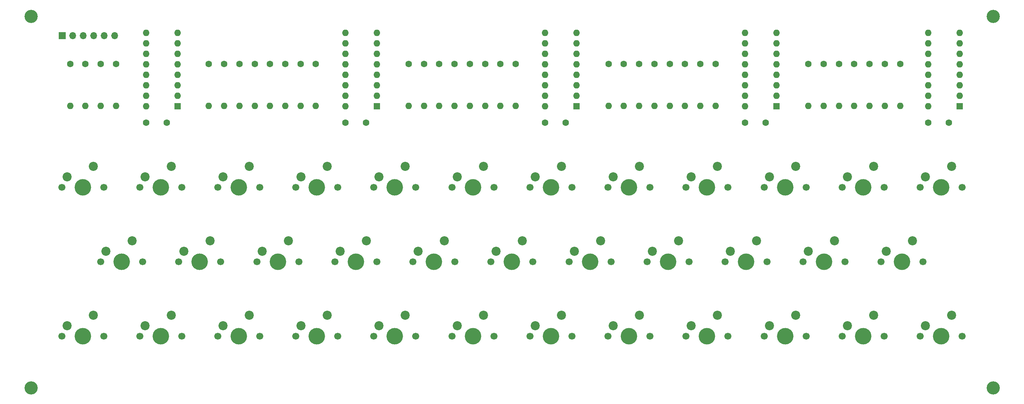
<source format=gbr>
%TF.GenerationSoftware,KiCad,Pcbnew,7.0.7-7.0.7~ubuntu22.04.1*%
%TF.CreationDate,2023-09-21T20:26:45+02:00*%
%TF.ProjectId,ek_right_hand_35_buttons,656b5f72-6967-4687-945f-68616e645f33,1.0*%
%TF.SameCoordinates,Original*%
%TF.FileFunction,Soldermask,Top*%
%TF.FilePolarity,Negative*%
%FSLAX46Y46*%
G04 Gerber Fmt 4.6, Leading zero omitted, Abs format (unit mm)*
G04 Created by KiCad (PCBNEW 7.0.7-7.0.7~ubuntu22.04.1) date 2023-09-21 20:26:45*
%MOMM*%
%LPD*%
G01*
G04 APERTURE LIST*
%ADD10C,1.700000*%
%ADD11C,4.000000*%
%ADD12C,2.200000*%
%ADD13C,1.600000*%
%ADD14O,1.600000X1.600000*%
%ADD15C,3.200000*%
%ADD16R,1.600000X1.600000*%
%ADD17R,1.700000X1.700000*%
%ADD18O,1.700000X1.700000*%
G04 APERTURE END LIST*
D10*
%TO.C,SW3*%
X44025000Y-93475000D03*
D11*
X49105000Y-93475000D03*
D10*
X54185000Y-93475000D03*
D12*
X51645000Y-88395000D03*
X45295000Y-90935000D03*
%TD*%
D10*
%TO.C,SW8*%
X72375000Y-111475000D03*
D11*
X77455000Y-111475000D03*
D10*
X82535000Y-111475000D03*
D12*
X79995000Y-106395000D03*
X73645000Y-108935000D03*
%TD*%
D13*
%TO.C,C2*%
X103235000Y-59790000D03*
X108235000Y-59790000D03*
%TD*%
%TO.C,R16*%
X129705000Y-45590000D03*
D14*
X129705000Y-55750000D03*
%TD*%
D13*
%TO.C,C5*%
X244435000Y-59790000D03*
X249435000Y-59790000D03*
%TD*%
%TO.C,R12*%
X96105000Y-45590000D03*
D14*
X96105000Y-55750000D03*
%TD*%
D13*
%TO.C,R31*%
X222805000Y-45590000D03*
D14*
X222805000Y-55750000D03*
%TD*%
D15*
%TO.C,M3*%
X27130000Y-124000000D03*
%TD*%
D10*
%TO.C,SW18*%
X138525000Y-93475000D03*
D11*
X143605000Y-93475000D03*
D10*
X148685000Y-93475000D03*
D12*
X146145000Y-88395000D03*
X139795000Y-90935000D03*
%TD*%
D10*
%TO.C,SW22*%
X166875000Y-75475000D03*
D11*
X171955000Y-75475000D03*
D10*
X177035000Y-75475000D03*
D12*
X174495000Y-70395000D03*
X168145000Y-72935000D03*
%TD*%
D10*
%TO.C,SW27*%
X195225000Y-93475000D03*
D11*
X200305000Y-93475000D03*
D10*
X205385000Y-93475000D03*
D12*
X202845000Y-88395000D03*
X196495000Y-90935000D03*
%TD*%
D13*
%TO.C,R33*%
X230205000Y-45590000D03*
D14*
X230205000Y-55750000D03*
%TD*%
D13*
%TO.C,R24*%
X178105000Y-45590000D03*
D14*
X178105000Y-55750000D03*
%TD*%
D16*
%TO.C,U1*%
X62655000Y-55790000D03*
D14*
X62655000Y-53250000D03*
X62655000Y-50710000D03*
X62655000Y-48170000D03*
X62655000Y-45630000D03*
X62655000Y-43090000D03*
X62655000Y-40550000D03*
X62655000Y-38010000D03*
X55035000Y-38010000D03*
X55035000Y-40550000D03*
X55035000Y-43090000D03*
X55035000Y-45630000D03*
X55035000Y-48170000D03*
X55035000Y-50710000D03*
X55035000Y-53250000D03*
X55035000Y-55790000D03*
%TD*%
D10*
%TO.C,SW17*%
X129075000Y-111475000D03*
D11*
X134155000Y-111475000D03*
D10*
X139235000Y-111475000D03*
D12*
X136695000Y-106395000D03*
X130345000Y-108935000D03*
%TD*%
D10*
%TO.C,SW33*%
X233025000Y-93475000D03*
D11*
X238105000Y-93475000D03*
D10*
X243185000Y-93475000D03*
D12*
X240645000Y-88395000D03*
X234295000Y-90935000D03*
%TD*%
D13*
%TO.C,R3*%
X44035000Y-45535000D03*
D14*
X44035000Y-55695000D03*
%TD*%
D13*
%TO.C,R27*%
X189205000Y-45590000D03*
D14*
X189205000Y-55750000D03*
%TD*%
D10*
%TO.C,SW21*%
X157425000Y-93475000D03*
D11*
X162505000Y-93475000D03*
D10*
X167585000Y-93475000D03*
D12*
X165045000Y-88395000D03*
X158695000Y-90935000D03*
%TD*%
D10*
%TO.C,SW13*%
X110175000Y-75475000D03*
D11*
X115255000Y-75475000D03*
D10*
X120335000Y-75475000D03*
D12*
X117795000Y-70395000D03*
X111445000Y-72935000D03*
%TD*%
D13*
%TO.C,R19*%
X140805000Y-45590000D03*
D14*
X140805000Y-55750000D03*
%TD*%
D13*
%TO.C,R21*%
X167005000Y-45590000D03*
D14*
X167005000Y-55750000D03*
%TD*%
D13*
%TO.C,R7*%
X77605000Y-45590000D03*
D14*
X77605000Y-55750000D03*
%TD*%
D10*
%TO.C,SW14*%
X110175000Y-111475000D03*
D11*
X115255000Y-111475000D03*
D10*
X120335000Y-111475000D03*
D12*
X117795000Y-106395000D03*
X111445000Y-108935000D03*
%TD*%
D13*
%TO.C,R30*%
X219105000Y-45590000D03*
D14*
X219105000Y-55750000D03*
%TD*%
D10*
%TO.C,SW19*%
X147975000Y-75475000D03*
D11*
X153055000Y-75475000D03*
D10*
X158135000Y-75475000D03*
D12*
X155595000Y-70395000D03*
X149245000Y-72935000D03*
%TD*%
D10*
%TO.C,SW28*%
X204675000Y-75475000D03*
D11*
X209755000Y-75475000D03*
D10*
X214835000Y-75475000D03*
D12*
X212295000Y-70395000D03*
X205945000Y-72935000D03*
%TD*%
D15*
%TO.C,M2*%
X260130000Y-34000000D03*
%TD*%
D10*
%TO.C,SW16*%
X129075000Y-75475000D03*
D11*
X134155000Y-75475000D03*
D10*
X139235000Y-75475000D03*
D12*
X136695000Y-70395000D03*
X130345000Y-72935000D03*
%TD*%
D13*
%TO.C,R4*%
X47705000Y-45590000D03*
D14*
X47705000Y-55750000D03*
%TD*%
D13*
%TO.C,R20*%
X144505000Y-45590000D03*
D14*
X144505000Y-55750000D03*
%TD*%
D10*
%TO.C,SW15*%
X119625000Y-93475000D03*
D11*
X124705000Y-93475000D03*
D10*
X129785000Y-93475000D03*
D12*
X127245000Y-88395000D03*
X120895000Y-90935000D03*
%TD*%
D13*
%TO.C,R23*%
X174405000Y-45590000D03*
D14*
X174405000Y-55750000D03*
%TD*%
D10*
%TO.C,SW23*%
X166875000Y-111475000D03*
D11*
X171955000Y-111475000D03*
D10*
X177035000Y-111475000D03*
D12*
X174495000Y-106395000D03*
X168145000Y-108935000D03*
%TD*%
D10*
%TO.C,SW9*%
X81825000Y-93475000D03*
D11*
X86905000Y-93475000D03*
D10*
X91985000Y-93475000D03*
D12*
X89445000Y-88395000D03*
X83095000Y-90935000D03*
%TD*%
D13*
%TO.C,R14*%
X122305000Y-45590000D03*
D14*
X122305000Y-55750000D03*
%TD*%
D10*
%TO.C,SW34*%
X242475000Y-75475000D03*
D11*
X247555000Y-75475000D03*
D10*
X252635000Y-75475000D03*
D12*
X250095000Y-70395000D03*
X243745000Y-72935000D03*
%TD*%
D13*
%TO.C,R26*%
X185505000Y-45590000D03*
D14*
X185505000Y-55750000D03*
%TD*%
D10*
%TO.C,SW20*%
X147975000Y-111475000D03*
D11*
X153055000Y-111475000D03*
D10*
X158135000Y-111475000D03*
D12*
X155595000Y-106395000D03*
X149245000Y-108935000D03*
%TD*%
D13*
%TO.C,R6*%
X73905000Y-45590000D03*
D14*
X73905000Y-55750000D03*
%TD*%
D10*
%TO.C,SW25*%
X185775000Y-75475000D03*
D11*
X190855000Y-75475000D03*
D10*
X195935000Y-75475000D03*
D12*
X193395000Y-70395000D03*
X187045000Y-72935000D03*
%TD*%
D13*
%TO.C,R29*%
X215405000Y-45590000D03*
D14*
X215405000Y-55750000D03*
%TD*%
D13*
%TO.C,R13*%
X118605000Y-45590000D03*
D14*
X118605000Y-55750000D03*
%TD*%
D10*
%TO.C,SW11*%
X91275000Y-111475000D03*
D11*
X96355000Y-111475000D03*
D10*
X101435000Y-111475000D03*
D12*
X98895000Y-106395000D03*
X92545000Y-108935000D03*
%TD*%
D13*
%TO.C,R28*%
X192905000Y-45590000D03*
D14*
X192905000Y-55750000D03*
%TD*%
D10*
%TO.C,SW5*%
X53475000Y-111475000D03*
D11*
X58555000Y-111475000D03*
D10*
X63635000Y-111475000D03*
D12*
X61095000Y-106395000D03*
X54745000Y-108935000D03*
%TD*%
D10*
%TO.C,SW6*%
X62925000Y-93475000D03*
D11*
X68005000Y-93475000D03*
D10*
X73085000Y-93475000D03*
D12*
X70545000Y-88395000D03*
X64195000Y-90935000D03*
%TD*%
D16*
%TO.C,U2*%
X110855000Y-55790000D03*
D14*
X110855000Y-53250000D03*
X110855000Y-50710000D03*
X110855000Y-48170000D03*
X110855000Y-45630000D03*
X110855000Y-43090000D03*
X110855000Y-40550000D03*
X110855000Y-38010000D03*
X103235000Y-38010000D03*
X103235000Y-40550000D03*
X103235000Y-43090000D03*
X103235000Y-45630000D03*
X103235000Y-48170000D03*
X103235000Y-50710000D03*
X103235000Y-53250000D03*
X103235000Y-55790000D03*
%TD*%
D17*
%TO.C,J1*%
X34675000Y-38705000D03*
D18*
X37215000Y-38705000D03*
X39755000Y-38705000D03*
X42295000Y-38705000D03*
X44835000Y-38705000D03*
X47375000Y-38705000D03*
%TD*%
D16*
%TO.C,U3*%
X159255000Y-55790000D03*
D14*
X159255000Y-53250000D03*
X159255000Y-50710000D03*
X159255000Y-48170000D03*
X159255000Y-45630000D03*
X159255000Y-43090000D03*
X159255000Y-40550000D03*
X159255000Y-38010000D03*
X151635000Y-38010000D03*
X151635000Y-40550000D03*
X151635000Y-43090000D03*
X151635000Y-45630000D03*
X151635000Y-48170000D03*
X151635000Y-50710000D03*
X151635000Y-53250000D03*
X151635000Y-55790000D03*
%TD*%
D10*
%TO.C,SW4*%
X53475000Y-75475000D03*
D11*
X58555000Y-75475000D03*
D10*
X63635000Y-75475000D03*
D12*
X61095000Y-70395000D03*
X54745000Y-72935000D03*
%TD*%
D13*
%TO.C,R9*%
X85005000Y-45590000D03*
D14*
X85005000Y-55750000D03*
%TD*%
D13*
%TO.C,R22*%
X170705000Y-45590000D03*
D14*
X170705000Y-55750000D03*
%TD*%
D10*
%TO.C,SW31*%
X223575000Y-75475000D03*
D11*
X228655000Y-75475000D03*
D10*
X233735000Y-75475000D03*
D12*
X231195000Y-70395000D03*
X224845000Y-72935000D03*
%TD*%
D15*
%TO.C,M4*%
X260130000Y-124000000D03*
%TD*%
D13*
%TO.C,R35*%
X237605000Y-45590000D03*
D14*
X237605000Y-55750000D03*
%TD*%
D13*
%TO.C,R15*%
X126005000Y-45590000D03*
D14*
X126005000Y-55750000D03*
%TD*%
D10*
%TO.C,SW35*%
X242475000Y-111475000D03*
D11*
X247555000Y-111475000D03*
D10*
X252635000Y-111475000D03*
D12*
X250095000Y-106395000D03*
X243745000Y-108935000D03*
%TD*%
D10*
%TO.C,SW24*%
X176325000Y-93475000D03*
D11*
X181405000Y-93475000D03*
D10*
X186485000Y-93475000D03*
D12*
X183945000Y-88395000D03*
X177595000Y-90935000D03*
%TD*%
D10*
%TO.C,SW32*%
X223575000Y-111475000D03*
D11*
X228655000Y-111475000D03*
D10*
X233735000Y-111475000D03*
D12*
X231195000Y-106395000D03*
X224845000Y-108935000D03*
%TD*%
D10*
%TO.C,SW10*%
X91275000Y-75475000D03*
D11*
X96355000Y-75475000D03*
D10*
X101435000Y-75475000D03*
D12*
X98895000Y-70395000D03*
X92545000Y-72935000D03*
%TD*%
D13*
%TO.C,R5*%
X70205000Y-45590000D03*
D14*
X70205000Y-55750000D03*
%TD*%
D10*
%TO.C,SW30*%
X214125000Y-93475000D03*
D11*
X219205000Y-93475000D03*
D10*
X224285000Y-93475000D03*
D12*
X221745000Y-88395000D03*
X215395000Y-90935000D03*
%TD*%
D10*
%TO.C,SW7*%
X72375000Y-75475000D03*
D11*
X77455000Y-75475000D03*
D10*
X82535000Y-75475000D03*
D12*
X79995000Y-70395000D03*
X73645000Y-72935000D03*
%TD*%
D13*
%TO.C,R34*%
X233905000Y-45590000D03*
D14*
X233905000Y-55750000D03*
%TD*%
D10*
%TO.C,SW29*%
X204675000Y-111475000D03*
D11*
X209755000Y-111475000D03*
D10*
X214835000Y-111475000D03*
D12*
X212295000Y-106395000D03*
X205945000Y-108935000D03*
%TD*%
D13*
%TO.C,R8*%
X81305000Y-45590000D03*
D14*
X81305000Y-55750000D03*
%TD*%
D13*
%TO.C,C3*%
X151635000Y-59790000D03*
X156635000Y-59790000D03*
%TD*%
%TO.C,R11*%
X92405000Y-45590000D03*
D14*
X92405000Y-55750000D03*
%TD*%
D13*
%TO.C,R18*%
X137105000Y-45590000D03*
D14*
X137105000Y-55750000D03*
%TD*%
D13*
%TO.C,R2*%
X40305000Y-45590000D03*
D14*
X40305000Y-55750000D03*
%TD*%
D10*
%TO.C,SW1*%
X34575000Y-75475000D03*
D11*
X39655000Y-75475000D03*
D10*
X44735000Y-75475000D03*
D12*
X42195000Y-70395000D03*
X35845000Y-72935000D03*
%TD*%
D15*
%TO.C,M1*%
X27130000Y-34000000D03*
%TD*%
D13*
%TO.C,R25*%
X181805000Y-45590000D03*
D14*
X181805000Y-55750000D03*
%TD*%
D16*
%TO.C,U4*%
X207655000Y-55790000D03*
D14*
X207655000Y-53250000D03*
X207655000Y-50710000D03*
X207655000Y-48170000D03*
X207655000Y-45630000D03*
X207655000Y-43090000D03*
X207655000Y-40550000D03*
X207655000Y-38010000D03*
X200035000Y-38010000D03*
X200035000Y-40550000D03*
X200035000Y-43090000D03*
X200035000Y-45630000D03*
X200035000Y-48170000D03*
X200035000Y-50710000D03*
X200035000Y-53250000D03*
X200035000Y-55790000D03*
%TD*%
D13*
%TO.C,R17*%
X133405000Y-45590000D03*
D14*
X133405000Y-55750000D03*
%TD*%
D13*
%TO.C,C1*%
X55035000Y-59790000D03*
X60035000Y-59790000D03*
%TD*%
D10*
%TO.C,SW2*%
X34575000Y-111475000D03*
D11*
X39655000Y-111475000D03*
D10*
X44735000Y-111475000D03*
D12*
X42195000Y-106395000D03*
X35845000Y-108935000D03*
%TD*%
D13*
%TO.C,R10*%
X88705000Y-45590000D03*
D14*
X88705000Y-55750000D03*
%TD*%
D13*
%TO.C,C4*%
X200035000Y-59790000D03*
X205035000Y-59790000D03*
%TD*%
D10*
%TO.C,SW12*%
X100725000Y-93475000D03*
D11*
X105805000Y-93475000D03*
D10*
X110885000Y-93475000D03*
D12*
X108345000Y-88395000D03*
X101995000Y-90935000D03*
%TD*%
D16*
%TO.C,U5*%
X252055000Y-55790000D03*
D14*
X252055000Y-53250000D03*
X252055000Y-50710000D03*
X252055000Y-48170000D03*
X252055000Y-45630000D03*
X252055000Y-43090000D03*
X252055000Y-40550000D03*
X252055000Y-38010000D03*
X244435000Y-38010000D03*
X244435000Y-40550000D03*
X244435000Y-43090000D03*
X244435000Y-45630000D03*
X244435000Y-48170000D03*
X244435000Y-50710000D03*
X244435000Y-53250000D03*
X244435000Y-55790000D03*
%TD*%
D13*
%TO.C,R32*%
X226505000Y-45590000D03*
D14*
X226505000Y-55750000D03*
%TD*%
D10*
%TO.C,SW26*%
X185775000Y-111475000D03*
D11*
X190855000Y-111475000D03*
D10*
X195935000Y-111475000D03*
D12*
X193395000Y-106395000D03*
X187045000Y-108935000D03*
%TD*%
D13*
%TO.C,R1*%
X36605000Y-45590000D03*
D14*
X36605000Y-55750000D03*
%TD*%
M02*

</source>
